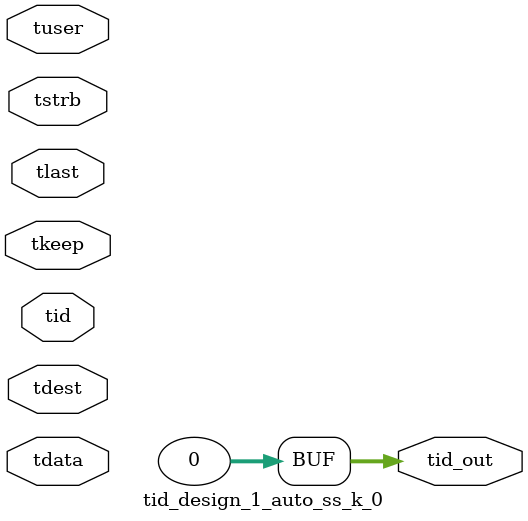
<source format=v>


`timescale 1ps/1ps

module tid_design_1_auto_ss_k_0 #
(
parameter C_S_AXIS_TID_WIDTH   = 1,
parameter C_S_AXIS_TUSER_WIDTH = 0,
parameter C_S_AXIS_TDATA_WIDTH = 0,
parameter C_S_AXIS_TDEST_WIDTH = 0,
parameter C_M_AXIS_TID_WIDTH   = 32
)
(
input  [(C_S_AXIS_TID_WIDTH   == 0 ? 1 : C_S_AXIS_TID_WIDTH)-1:0       ] tid,
input  [(C_S_AXIS_TDATA_WIDTH == 0 ? 1 : C_S_AXIS_TDATA_WIDTH)-1:0     ] tdata,
input  [(C_S_AXIS_TUSER_WIDTH == 0 ? 1 : C_S_AXIS_TUSER_WIDTH)-1:0     ] tuser,
input  [(C_S_AXIS_TDEST_WIDTH == 0 ? 1 : C_S_AXIS_TDEST_WIDTH)-1:0     ] tdest,
input  [(C_S_AXIS_TDATA_WIDTH/8)-1:0 ] tkeep,
input  [(C_S_AXIS_TDATA_WIDTH/8)-1:0 ] tstrb,
input                                                                    tlast,
output [(C_M_AXIS_TID_WIDTH   == 0 ? 1 : C_M_AXIS_TID_WIDTH)-1:0       ] tid_out
);

assign tid_out = {1'b0};

endmodule


</source>
